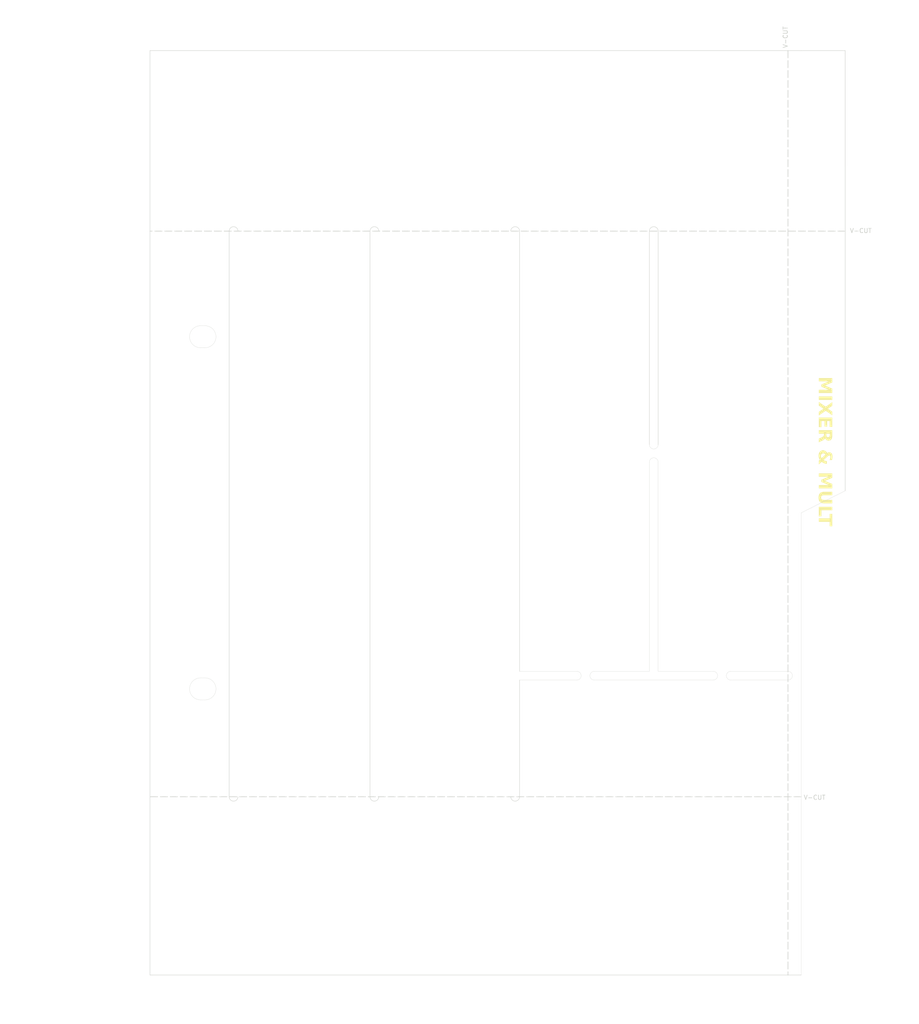
<source format=kicad_pcb>
(kicad_pcb (version 20221018) (generator pcbnew)
  (layers (0 "F.Cu" signal) (31 "B.Cu" signal) (34 "B.Paste" user) (35 "F.Paste" user) (36 "B.SilkS" user "B.Silkscreen") (37 "F.SilkS" user "F.Silkscreen") (38 "B.Mask" user) (39 "F.Mask" user) (44 "Edge.Cuts" user))
  (net 0 "")
  (footprint "Panelization:mouse-bite-2mm-slot" (layer "F.Cu") (at 264 185)
    (fp_text reference "mouse-bite-2mm-slot" hide)
    (fp_text value "VAL**" hide)
    (pad "" np_thru_hole circle (at -0.75 -0.75) (size 0.5 0.5) (drill 0.5) (layers "*.Cu" "*.Mask"))
    (pad "" np_thru_hole circle (at -0.75 0.75) (size 0.5 0.5) (drill 0.5) (layers "*.Cu" "*.Mask"))
    (pad "" np_thru_hole circle (at 0 -0.75) (size 0.5 0.5) (drill 0.5) (layers "*.Cu" "*.Mask"))
    (pad "" np_thru_hole circle (at 0 0.75) (size 0.5 0.5) (drill 0.5) (layers "*.Cu" "*.Mask"))
    (pad "" np_thru_hole circle (at 0.75 -0.75) (size 0.5 0.5) (drill 0.5) (layers "*.Cu" "*.Mask"))
    (pad "" np_thru_hole circle (at 0.75 0.75) (size 0.5 0.5) (drill 0.5) (layers "*.Cu" "*.Mask"))
  )
  (footprint "Panelization:mouse-bite-2mm-slot" (layer "F.Cu") (at 248.5 134.5 90)
    (fp_text reference "mouse-bite-2mm-slot" hide)
    (fp_text value "VAL**" hide)
    (pad "" np_thru_hole circle (at -0.75 -0.75 90) (size 0.5 0.5) (drill 0.5) (layers "*.Cu" "*.Mask"))
    (pad "" np_thru_hole circle (at -0.75 0.75 90) (size 0.5 0.5) (drill 0.5) (layers "*.Cu" "*.Mask"))
    (pad "" np_thru_hole circle (at 0 -0.75 90) (size 0.5 0.5) (drill 0.5) (layers "*.Cu" "*.Mask"))
    (pad "" np_thru_hole circle (at 0 0.75 90) (size 0.5 0.5) (drill 0.5) (layers "*.Cu" "*.Mask"))
    (pad "" np_thru_hole circle (at 0.75 -0.75 90) (size 0.5 0.5) (drill 0.5) (layers "*.Cu" "*.Mask"))
    (pad "" np_thru_hole circle (at 0.75 0.75 90) (size 0.5 0.5) (drill 0.5) (layers "*.Cu" "*.Mask"))
  )
  (footprint "Panelization:mouse-bite-2mm-slot" (layer "F.Cu") (at 233 185)
    (fp_text reference "mouse-bite-2mm-slot" hide)
    (fp_text value "VAL**" hide)
    (pad "" np_thru_hole circle (at -0.75 -0.75) (size 0.5 0.5) (drill 0.5) (layers "*.Cu" "*.Mask"))
    (pad "" np_thru_hole circle (at -0.75 0.75) (size 0.5 0.5) (drill 0.5) (layers "*.Cu" "*.Mask"))
    (pad "" np_thru_hole circle (at 0 -0.75) (size 0.5 0.5) (drill 0.5) (layers "*.Cu" "*.Mask"))
    (pad "" np_thru_hole circle (at 0 0.75) (size 0.5 0.5) (drill 0.5) (layers "*.Cu" "*.Mask"))
    (pad "" np_thru_hole circle (at 0.75 -0.75) (size 0.5 0.5) (drill 0.5) (layers "*.Cu" "*.Mask"))
    (pad "" np_thru_hole circle (at 0.75 0.75) (size 0.5 0.5) (drill 0.5) (layers "*.Cu" "*.Mask"))
  )
  (gr_line (start 247.5 136.5) (end 247.5 184) (stroke (width 0.05)) (layer "Edge.Cuts"))
  (gr_arc (start 247.5 136.5) (mid 248.5 135.5) (end 249.5 136.5) (stroke (width 0.05)) (layer "Edge.Cuts"))
  (gr_line (start 282 43) (end 292 43) (stroke (width 0.1)) (layer "Edge.Cuts"))
  (gr_arc (start 218 212.5) (mid 217 213.5) (end 216 212.5) (stroke (width 0.1)) (layer "Edge.Cuts"))
  (gr_line (start 218 186) (end 218 212.5) (stroke (width 0.1)) (layer "Edge.Cuts"))
  (gr_arc (start 235 186) (mid 234 185) (end 235 184) (stroke (width 0.05)) (layer "Edge.Cuts"))
  (gr_line (start 145.5 190.5) (end 146.5 190.5) (stroke (width 0.05)) (layer "Edge.Cuts"))
  (gr_arc (start 146.5 105.5) (mid 149 108) (end 146.5 110.5) (stroke (width 0.05)) (layer "Edge.Cuts"))
  (gr_arc (start 247.5 84) (mid 248.5 83) (end 249.5 84) (stroke (width 0.1)) (layer "Edge.Cuts"))
  (gr_arc (start 262 184) (mid 263 185) (end 262 186) (stroke (width 0.05)) (layer "Edge.Cuts"))
  (gr_arc (start 145.5 190.5) (mid 143 188) (end 145.5 185.5) (stroke (width 0.05)) (layer "Edge.Cuts"))
  (gr_arc (start 145.5 110.5) (mid 143 108) (end 145.5 105.5) (stroke (width 0.05)) (layer "Edge.Cuts"))
  (gr_arc (start 154 212.5) (mid 153 213.5) (end 152 212.5) (stroke (width 0.1)) (layer "Edge.Cuts"))
  (gr_line (start 266 184) (end 279 184) (stroke (width 0.05)) (layer "Edge.Cuts"))
  (gr_arc (start 249.5 132.5) (mid 248.5 133.5) (end 247.5 132.5) (stroke (width 0.05)) (layer "Edge.Cuts"))
  (gr_line (start 279 43) (end 279 253) (stroke (width 0.15) (type dash)) (layer "Edge.Cuts"))
  (gr_line (start 145.5 185.5) (end 146.5 185.5) (stroke (width 0.05)) (layer "Edge.Cuts"))
  (gr_line (start 134 43) (end 134 253) (stroke (width 0.1)) (layer "Edge.Cuts"))
  (gr_arc (start 186 212.5) (mid 185 213.5) (end 184 212.5) (stroke (width 0.1)) (layer "Edge.Cuts"))
  (gr_arc (start 231 184) (mid 232 185) (end 231 186) (stroke (width 0.05)) (layer "Edge.Cuts"))
  (gr_line (start 231 186) (end 218 186) (stroke (width 0.05)) (layer "Edge.Cuts"))
  (gr_line (start 292 43) (end 292 143) (stroke (width 0.1)) (layer "Edge.Cuts"))
  (gr_line (start 292 84) (end 134 84) (stroke (width 0.15) (type dash)) (layer "Edge.Cuts"))
  (gr_line (start 282 148) (end 292 143) (stroke (width 0.05)) (layer "Edge.Cuts"))
  (gr_line (start 152 212.5) (end 152 84) (stroke (width 0.1)) (layer "Edge.Cuts"))
  (gr_line (start 247.5 132.5) (end 247.5 84) (stroke (width 0.1)) (layer "Edge.Cuts"))
  (gr_arc (start 279 184) (mid 280 185) (end 279 186) (stroke (width 0.05)) (layer "Edge.Cuts"))
  (gr_line (start 145.5 105.5) (end 146.5 105.5) (stroke (width 0.05)) (layer "Edge.Cuts"))
  (gr_arc (start 146.5 185.5) (mid 149 188) (end 146.5 190.5) (stroke (width 0.05)) (layer "Edge.Cuts"))
  (gr_line (start 235 186) (end 262 186) (stroke (width 0.05)) (layer "Edge.Cuts"))
  (gr_line (start 235 184) (end 247.5 184) (stroke (width 0.05)) (layer "Edge.Cuts"))
  (gr_arc (start 216 84) (mid 217 83) (end 218 84) (stroke (width 0.1)) (layer "Edge.Cuts"))
  (gr_line (start 249.5 84) (end 249.5 132.5) (stroke (width 0.1)) (layer "Edge.Cuts"))
  (gr_arc (start 266 186) (mid 265 185) (end 266 184) (stroke (width 0.05)) (layer "Edge.Cuts"))
  (gr_line (start 184 212.5) (end 184 84) (stroke (width 0.1)) (layer "Edge.Cuts"))
  (gr_line (start 145.5 110.5) (end 146.5 110.5) (stroke (width 0.05)) (layer "Edge.Cuts"))
  (gr_line (start 292 43) (end 292 69.23) (stroke (width 0.1)) (layer "Edge.Cuts"))
  (gr_arc (start 184 84) (mid 185 83) (end 186 84) (stroke (width 0.1)) (layer "Edge.Cuts"))
  (gr_line (start 279 186) (end 266 186) (stroke (width 0.05)) (layer "Edge.Cuts"))
  (gr_line (start 134 253) (end 282 253) (stroke (width 0.1)) (layer "Edge.Cuts"))
  (gr_line (start 249.5 136.5) (end 249.5 184) (stroke (width 0.05)) (layer "Edge.Cuts"))
  (gr_line (start 218 84) (end 218 184) (stroke (width 0.1)) (layer "Edge.Cuts"))
  (gr_arc (start 152 84) (mid 153 83) (end 154 84) (stroke (width 0.1)) (layer "Edge.Cuts"))
  (gr_line (start 282 253) (end 282 148) (stroke (width 0.05)) (layer "Edge.Cuts"))
  (gr_line (start 282 212.5) (end 134 212.5) (stroke (width 0.15) (type dash)) (layer "Edge.Cuts"))
  (gr_line (start 262 184) (end 249.5 184) (stroke (width 0.05)) (layer "Edge.Cuts"))
  (gr_line (start 282 43) (end 134 43) (stroke (width 0.1)) (layer "Edge.Cuts"))
  (gr_line (start 218 184) (end 231 184) (stroke (width 0.05)) (layer "Edge.Cuts"))
  (gr_text "MIXER & MULT" (at 285.5 117 270) (layer "F.SilkS") (effects (font (size 3 3) (thickness 0.2) bold) (justify left bottom)))
  (gr_text "V-CUT" (at 293 84.5) (layer "Edge.Cuts") (effects (font (size 1 1)) (justify left bottom)))
  (gr_text "V-CUT" (at 282.5 213.25) (layer "Edge.Cuts") (effects (font (size 1 1)) (justify left bottom)))
  (gr_text "V-CUT" (at 279 42.5 90) (layer "Edge.Cuts") (effects (font (size 1 1)) (justify left bottom)))
)
</source>
